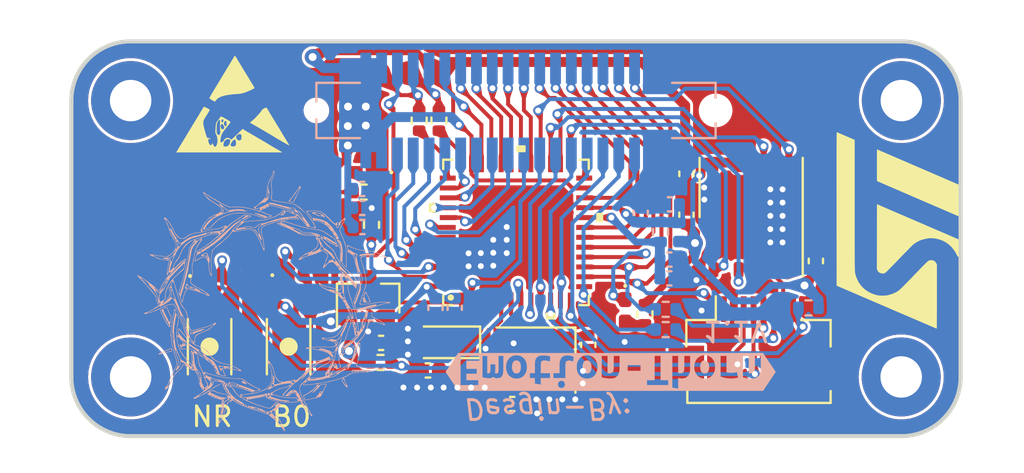
<source format=kicad_pcb>
(kicad_pcb (version 20221018) (generator pcbnew)
  (layers (0 "F.Cu" signal) (31 "B.Cu" signal) (34 "B.Paste" user) (35 "F.Paste" user) (36 "B.SilkS" user "B.Silkscreen") (37 "F.SilkS" user "F.Silkscreen") (38 "B.Mask" user) (39 "F.Mask" user) (44 "Edge.Cuts" user))
  (net 0 "")
  (net 1 "Net-(U1B-VREF+)")
  (net 2 "GND")
  (net 3 "Net-(U1B-VDDA)")
  (net 4 "+3V3")
  (net 5 "/NRST")
  (net 6 "/OSC_IN")
  (net 7 "/OSC_OUT")
  (net 8 "/OSC_32_IN")
  (net 9 "/OSC_32_OUT")
  (net 10 "/VBAT+")
  (net 11 "/VBAT_Pin")
  (net 12 "/BOOT0")
  (net 13 "/PC4")
  (net 14 "Net-(D6-A)")
  (net 15 "Net-(D7-A)")
  (net 16 "/PB7")
  (net 17 "/PB6")
  (net 18 "/PB5")
  (net 19 "/PB4")
  (net 20 "/PB3")
  (net 21 "/PC11")
  (net 22 "/PC10")
  (net 23 "/PA15")
  (net 24 "/PA12")
  (net 25 "/PA11")
  (net 26 "/PA10")
  (net 27 "/PA9")
  (net 28 "/PA8")
  (net 29 "/PC6")
  (net 30 "/PB11")
  (net 31 "/PB10")
  (net 32 "/PB2")
  (net 33 "/PB1")
  (net 34 "/PB0")
  (net 35 "/PA1")
  (net 36 "/PA0")
  (net 37 "/PC13")
  (net 38 "/LCD.~{RES}")
  (net 39 "/LCD.D{slash}C")
  (net 40 "Net-(J3-Pin_5)")
  (net 41 "Net-(J3-Pin_6)")
  (net 42 "/LCD.CS")
  (net 43 "/SWCLK")
  (net 44 "/SWDIO")
  (net 45 "/LCD.SDA")
  (net 46 "/LCD.SCL")
  (net 47 "/LCD.BKControl")
  (net 48 "/SPI2.CS")
  (net 49 "/SPI2.CLK")
  (net 50 "/SPI2.MISO")
  (net 51 "/SPI2.MOSI")
  (net 52 "/PB9")
  (net 53 "/SWDIO-L")
  (net 54 "/SWCLK-L")
  (footprint "Thorn_Library:SW_4P_3x4x2.5mm" (layer "F.Cu") (at 127.795 77.14 90)
    (fp_text reference "SW2" hide)
    (fp_text value "BOOT0")
  )
  (footprint "Diode_SMD:D_0402_1005Metric" (layer "F.Cu") (at 128.06 73.52)
    (fp_text reference "D3" hide)
    (fp_text value "AZ5725-01F-P ")
  )
  (footprint "Resistor_SMD:R_0402_1005Metric" (layer "F.Cu") (at 145.825 75.5 -90)
    (fp_text reference "R10" hide)
    (fp_text value "1K")
  )
  (footprint "Resistor_SMD:R_0402_1005Metric" (layer "F.Cu") (at 134.4 65.69 90)
    (fp_text reference "R5" hide)
    (fp_text value "22R")
  )
  (footprint "Crystal:Crystal_SMD_3225-4Pin_3.2x2.5mm" (layer "F.Cu") (at 140.31 77.82 180)
    (fp_text reference "Y1" hide)
    (fp_text value "8M")
  )
  (footprint "Resistor_SMD:R_0402_1005Metric" (layer "F.Cu") (at 131.59 69.310001)
    (fp_text reference "R13" hide)
    (fp_text value "1K")
  )
  (footprint "PCM_4ms_Package_SOT:SOT-23" (layer "F.Cu") (at 131.82 74.71 90)
    (fp_text reference "D1" hide)
    (fp_text value "BAT54C")
  )
  (footprint "Capacitor_SMD:C_0402_1005Metric" (layer "F.Cu") (at 142.96 77.05 -90)
    (fp_text reference "C13" hide)
    (fp_text value "15pF")
  )
  (footprint "Capacitor_SMD:C_0402_1005Metric" (layer "F.Cu") (at 147.925 70.455 90)
    (fp_text reference "C8" hide)
    (fp_text value "100nF")
  )
  (footprint "LED_SMD:LED_0402_1005Metric_Pad0.77x0.64mm_HandSolder" (layer "F.Cu") (at 131.73 68.31 180)
    (fp_text reference "D7" hide)
    (fp_text value "White")
  )
  (footprint "Resistor_SMD:R_0402_1005Metric" (layer "F.Cu") (at 132.445 77.94)
    (fp_text reference "R2" hide)
    (fp_text value "10K")
  )
  (footprint "Diode_SMD:D_0402_1005Metric" (layer "F.Cu") (at 123.8975 73.56)
    (fp_text reference "D2" hide)
    (fp_text value "AZ5725-01F-P ")
  )
  (footprint "Capacitor_SMD:C_0402_1005Metric_Pad0.74x0.62mm_HandSolder" (layer "F.Cu") (at 137.0775 78.345)
    (fp_text reference "C15" hide)
    (fp_text value "15pF")
  )
  (footprint "Connector_FFC-FPC:Hirose_FH12-8S-0.5SH_1x08-1MP_P0.50mm_Horizontal" (layer "F.Cu") (at 151.57 77.09)
    (fp_text reference "J3" hide)
    (fp_text value "FPC0.5-SMT-8")
  )
  (footprint "Thorn_Library:Test_Dot" (layer "F.Cu") (at 132.84 63.28)
    (fp_text reference "J1" hide)
    (fp_text value "SWD" hide)
  )
  (footprint "Package_SON:WSON-8-1EP_6x5mm_P1.27mm_EP3.4x4mm" (layer "F.Cu") (at 151.2 70.575 90)
    (fp_text reference "U3" hide)
    (fp_text value "W25Q128JVS")
  )
  (footprint "Thorn_Library:ESD_Logo" (layer "F.Cu") (at 125.07 64.79)
    (fp_text reference "G***" hide)
    (fp_text value "LOGO" hide)
  )
  (footprint "Crystal:Crystal_SMD_2012-2Pin_2.0x1.2mm_HandSoldering" (layer "F.Cu") (at 135.835 76.92 180)
    (fp_text reference "Y2" hide)
    (fp_text value "32.768K")
  )
  (footprint "Thorn_Library:ST-LOGO" (layer "F.Cu") (at 158.64 71.26 90)
    (fp_text reference "G***" hide)
    (fp_text value "LOGO" hide)
  )
  (footprint "Resistor_SMD:R_0402_1005Metric" (layer "F.Cu") (at 131.99 70.97 -90)
    (fp_text reference "R3" hide)
    (fp_text value "10K")
  )
  (footprint "Power_System:STM32G431CBU6" (layer "F.Cu") (at 139.3 71.352 90)
    (fp_text reference "U1" hide)
    (fp_text value "STM32G431CBU6" hide)
  )
  (footprint "Capacitor_SMD:C_0402_1005Metric_Pad0.74x0.62mm_HandSolder" (layer "F.Cu") (at 154.475 72.8 90)
    (fp_text reference "C17" hide)
    (fp_text value "100nF")
  )
  (footprint "Capacitor_SMD:C_0402_1005Metric_Pad0.74x0.62mm_HandSolder" (layer "F.Cu") (at 147.925 68.3825 -90)
    (fp_text reference "C16" hide)
    (fp_text value "100nF")
  )
  (footprint "Capacitor_SMD:C_0402_1005Metric" (layer "F.Cu") (at 132.475 76.95 180)
    (fp_text reference "C11" hide)
    (fp_text value "100nF")
  )
  (footprint "Thorn_Library:SW_4P_3x4x2.5mm" (layer "F.Cu") (at 123.795 77.14 90)
    (fp_text reference "SW1" hide)
    (fp_text value "NRST")
  )
  (footprint "Resistor_SMD:R_0402_1005Metric" (layer "F.Cu") (at 135.4 65.69 90)
    (fp_text reference "R4" hide)
    (fp_text value "22R")
  )
  (footprint "Capacitor_SMD:C_0402_1005Metric_Pad0.74x0.62mm_HandSolder" (layer "F.Cu") (at 134.845 78.345 180)
    (fp_text reference "C14" hide)
    (fp_text value "15pF")
  )
  (footprint "Capacitor_SMD:C_0402_1005Metric" (layer "F.Cu") (at 139.11 80.045)
    (fp_text reference "C12" hide)
    (fp_text value "15pF")
  )
  (footprint "LED_SMD:LED_0402_1005Metric_Pad0.77x0.64mm_HandSolder" (layer "F.Cu") (at 144.825 75.325 -90)
    (fp_text reference "D6" hide)
    (fp_text value "Purple")
  )
  (footprint "Power_System:J" (layer "F.Cu") (at 138.6 70.975)
    (fp_text reference "J4" hide)
    (fp_text value "~" hide)
    (fp_line (start -21.8 7.7) (end -21.8 -6.3) (stroke (width 0.2)) (layer "Edge.Cuts"))
    (fp_line (start -18.8 -9.3) (end 20.2 -9.3) (stroke (width 0.2)) (layer "Edge.Cuts"))
    (fp_line (start 20.2 10.7) (end -18.8 10.7) (stroke (width 0.2)) (layer "Edge.Cuts"))
    (fp_line (start 23.2 -6.3) (end 23.2 7.7) (stroke (width 0.2)) (layer "Edge.Cuts"))
    (fp_arc (start -21.8 -6.3) (mid -20.92132 -8.42132) (end -18.8 -9.3) (stroke (width 0.2)) (layer "Edge.Cuts"))
    (fp_arc (start -18.8 10.7) (mid -20.92132 9.82132) (end -21.8 7.7) (stroke (width 0.2)) (layer "Edge.Cuts"))
    (fp_arc (start 20.2 -9.3) (mid 22.32132 -8.42132) (end 23.2 -6.3) (stroke (width 0.2)) (layer "Edge.Cuts"))
    (fp_arc (start 23.2 7.7) (mid 22.32132 9.82132) (end 20.2 10.7) (stroke (width 0.2)) (layer "Edge.Cuts"))
    (fp_circle (center -21.8 10.7) (end -21.79 10.7) (stroke (width 0.0001)) (fill solid) (layer "Edge.Cuts"))
  )
  (footprint "Inductor_SMD:L_0402_1005Metric" (layer "B.Cu") (at 147.564999 71.330002 90)
    (fp_text reference "FB1" hide)
    (fp_text value "1K 100M")
  )
  (footprint "LOGO" (layer "B.Cu") (at 125.95 74.5 -45)
    (fp_text reference "G***" hide)
    (fp_text value "LOGO" hide)
  )
  (footprint "Power_System:BTB_0.8_2X20P_F" (layer "B.Cu") (at 139.3 65.175 90)
    (fp_text reference "j2" hide)
    (fp_text value "~" hide)
  )
  (footprint "Capacitor_SMD:C_0402_1005Metric" (layer "B.Cu") (at 147.065 72.73)
    (fp_text reference "C1" hide)
    (fp_text value "1uF")
  )
  (footprint "Capacitor_SMD:C_0402_1005Metric" (layer "B.Cu") (at 147.09 69.93)
    (fp_text reference "C3" hide)
    (fp_text value "1uF")
  )
  (footprint "Resistor_SMD:R_0402_1005Metric" (layer "B.Cu") (at 146.615 71.33 -90)
    (fp_text reference "R1" hide)
    (fp_text value "0R")
  )
  (footprint "Resistor_SMD:R_0402_1005Metric" (layer "B.Cu") (at 154.1 75.175 180)
    (fp_text reference "R14" hide)
    (fp_text value "100K")
  )
  (footprint "kibuzzard-63E5B3C4" (layer "B.Cu") (at 144.09 78.42)
    (fp_text reference "kibuzzard-63E5B3C4" hide)
    (fp_text value "G***" hide)
  )
  (footprint "Capacitor_SMD:C_0402_1005Metric" (layer "B.Cu") (at 135.225 75.175 -90)
    (fp_text reference "C9" hide)
    (fp_text value "100nF")
  )
  (footprint "Resistor_SMD:R_0402_1005Metric" (layer "B.Cu") (at 146.875 76.275)
    (fp_text reference "R12" hide)
    (fp_text value "22R")
  )
  (footprint "Resistor_SMD:R_0402_1005Metric" (layer "B.Cu") (at 146.875 75.25)
    (fp_text reference "R11" hide)
    (fp_text value "22R")
  )
  (footprint "Capacitor_SMD:C_0402_1005Metric" (layer "B.Cu") (at 131.52 69.15)
    (fp_text reference "C6" hide)
    (fp_text value "100nF")
  )
  (footprint "Capacitor_SMD:C_0402_1005Metric" (layer "B.Cu") (at 131.52 70.11)
    (fp_text reference "C5" hide)
    (fp_text value "100nF")
  )
  (footprint "Capacitor_SMD:C_0402_1005Metric" (layer "B.Cu") (at 145.61 70.36 -90)
    (fp_text reference "C4" hide)
    (fp_text value "10nF")
  )
  (footprint "Capacitor_SMD:C_0402_1005Metric" (layer "B.Cu") (at 136.2 75.17 -90)
    (fp_text reference "C10" hide)
    (fp_text value "4.7uf")
  )
  (footprint "Capacitor_SMD:C_0402_1005Metric" (layer "B.Cu") (at 147.06 73.679999)
    (fp_text reference "C2" hide)
    (fp_text value "100nF")
  )
  (footprint "Capacitor_SMD:C_0402_1005Metric" (layer "B.Cu") (at 131.53 71.08)
    (fp_text reference "C7" hide)
    (fp_text value "100nF")
  )
  (gr_line locked (start 116.8 78.675) (end 116.8 64.675) (stroke (width 0.2)) (layer "F.SilkS"))
  (gr_line locked (start 161.8 64.675) (end 161.8 78.675) (stroke (width 0.2)) (layer "F.SilkS"))
  (gr_arc locked (start 158.8 61.675) (mid 160.92132 62.55368) (end 161.8 64.675) (stroke (width 0.2)) (layer "F.SilkS"))
  (gr_line locked (start 119.8 61.675) (end 158.8 61.675) (stroke (width 0.2)) (layer "F.SilkS"))
  (gr_arc locked (start 116.8 64.675) (mid 117.67868 62.55368) (end 119.8 61.675) (stroke (width 0.2)) (layer "F.SilkS"))
  (gr_line locked (start 158.8 81.675) (end 119.8 81.675) (stroke (width 0.2)) (layer "F.SilkS"))
  (gr_arc locked (start 119.8 81.675) (mid 117.67868 80.79632) (end 116.8 78.675) (stroke (width 0.2)) (layer "F.SilkS"))
  (gr_circle locked (center 116.8 81.675) (end 116.81 81.675) (stroke (width 0.0001)) (fill solid) (layer "F.SilkS"))
  (gr_arc locked (start 161.8 78.675) (mid 160.92132 80.79632) (end 158.8 81.675) (stroke (width 0.2)) (layer "F.SilkS"))
  (gr_text "1.1V" (at 148.69 75.77 180) (layer "B.SilkS") (effects (font (size 1 1)) (justify left bottom mirror)))
  (gr_text "Desgin-By:" (at 136.565 79.695001 180) (layer "B.SilkS") (effects (font (size 1 1) (thickness 0.15) italic) (justify left bottom mirror)))
  (gr_text "B0" (at 126.87 81.27) (layer "F.SilkS") (effects (font (size 1 1)) (justify left bottom)))
  (gr_text "NR" (at 122.8 81.27) (layer "F.SilkS") (effects (font (size 1 1)) (justify left bottom)))
  (segment (start 144.1267 70.6025) (end 144.126199 70.601999) (width 0.2) (layer "F.Cu") (net 1))
  (segment (start 144.126199 70.601999) (end 142.752 70.601999) (width 0.2) (layer "F.Cu") (net 1))
  (via (at 144.1267 70.6025) (size 0.5) (drill 0.3) (layers "F.Cu" "B.Cu") (net 1))
  (segment (start 146.58 71.875) (end 146.615 71.84) (width 0.5) (layer "B.Cu") (net 1))
  (segment (start 144.1267 70.6025) (end 145.3642 71.84) (width 0.35) (layer "B.Cu") (net 1))
  (segment (start 145.3642 71.84) (end 146.615 71.84) (width 0.35) (layer "B.Cu") (net 1))
  (segment (start 146.58 73.679999) (end 146.58 71.875) (width 0.5) (layer "B.Cu") (net 1))
  (segment (start 132.19 70.46) (end 132.72 69.93) (width 0.2) (layer "F.Cu") (net 2))
  (segment (start 132.72 69.93) (end 132.72 68.7275) (width 0.2) (layer "F.Cu") (net 2))
  (segment (start 132.72 68.7275) (end 132.3025 68.31) (width 0.2) (layer "F.Cu") (net 2))
  (segment (start 148.58 73.92) (end 148.43 73.77) (width 0.2) (layer "F.Cu") (net 2))
  (segment (start 149.85 73.92) (end 148.58 73.92) (width 0.2) (layer "F.Cu") (net 2))
  (segment (start 150.32 75.24) (end 150.32 74.39) (width 0.2) (layer "F.Cu") (net 2))
  (segment (start 150.32 74.39) (end 149.85 73.92) (width 0.2) (layer "F.Cu") (net 2))
  (via (at 135.64 79.21) (size 0.5) (drill 0.3) (layers "F.Cu" "B.Cu") (net 2))
  (via (at 152.17 70.515) (size 0.5) (drill 0.3) (layers "F.Cu" "B.Cu") (net 2))
  (via (at 136.9 73.07) (size 0.5) (drill 0.3) (layers "F.Cu" "B.Cu") (net 2))
  (via (at 138.15 73.04) (size 0.5) (drill 0.3) (layers "F.Cu" "B.Cu") (net 2))
  (via (at 138.83 72.4) (size 0.5) (drill 0.3) (layers "F.Cu" "B.Cu") (net 2))
  (via (at 140.986666 79.81) (size 0.5) (drill 0.3) (layers "F.Cu" "B.Cu") (net 2))
  (via (at 152.79 69.17) (size 0.5) (drill 0.3) (layers "F.Cu" "B.Cu") (net 2))
  (via (at 148.69 75.31) (size 0.5) (drill 0.3) (layers "F.Cu" "B.Cu") (net 2))
  (via (at 152.79 71.1875) (size 0.5) (drill 0.3) (layers "F.Cu" "B.Cu") (net 2))
  (via (at 131.82 76.37) (size 0.5) (drill 0.3) (layers "F.Cu" "B.Cu") (net 2))
  (via (at 136.333333 79.21) (size 0.5) (drill 0.3) (layers "F.Cu" "B.Cu") (net 2))
  (via (at 137.52 73.06) (size 0.5) (drill 0.3) (layers "F.Cu" "B.Cu") (net 2))
  (via (at 144.8 76.9) (size 0.5) (drill 0.3) (layers "F.Cu" "B.Cu") (net 2))
  (via (at 140.33 79.81) (size 0.5) (drill 0.3) (layers "F.Cu" "B.Cu") (net 2))
  (via (at 137.72 79.21) (size 0.5) (drill 0.3) (layers "F.Cu" "B.Cu") (net 2))
  (via (at 134.296666 79.21) (size 0.5) (drill 0.3) (layers "F.Cu" "B.Cu") (net 2))
  (via (at 148.82 69.08) (size 0.5) (drill 0.3) (layers "F.Cu" "B.Cu") (net 2))
  (via (at 138.83 71.73) (size 0.5) (drill 0.3) (layers "F.Cu" "B.Cu") (net 2))
  (via (at 133.83 76.87) (size 0.5) (drill 0.3) (layers "F.Cu" "B.Cu") (net 2))
  (via (at 152.17 69.17) (size 0.5) (drill 0.3) (layers "F.Cu" "B.Cu") (net 2))
  (via (at 148.83 69.69) (size 0.5) (drill 0.3) (layers "F.Cu" "B.Cu") (net 2))
  (via (at 138.83 71.08) (size 0.5) (drill 0.3) (layers "F.Cu" "B.Cu") (net 2))
  (via (at 141.643332 79.81) (size 0.5) (drill 0.3) (layers "F.Cu" "B.Cu") (net 2))
  (via (at 139.18 76.97) (size 0.5) (drill 0.3) (layers "F.Cu" "B.Cu") (net 2))
  (via (at 138.15 71.73) (size 0.5) (drill 0.3) (layers "F.Cu" "B.Cu") (net 2))
  (via (at 152.17 71.1875) (size 0.5) (drill 0.3) (layers "F.Cu" "B.Cu") (net 2))
  (via (at 137.7605 77.24) (size 0.5) (drill 0.3) (layers "F.Cu" "B.Cu") (net 2))
  (via (at 148.43 73.77) (size 0.5) (drill 0.3) (layers "F.Cu" "B.Cu") (net 2))
  (via (at 138.15 72.385) (size 0.5) (drill 0.3) (layers "F.Cu" "B.Cu") (net 2))
  (via (at 137.52 72.4) (size 0.5) (drill 0.3) (layers "F.Cu" "B.Cu") (net 2))
  (via (at 132 70.12) (size 0.5) (drill 0.3) (layers "F.Cu" "B.Cu") (net 2))
  (via (at 134.99 79.21) (size 0.5) (drill 0.3) (layers "F.Cu" "B.Cu") (net 2))
  (via (at 152.79 70.515) (size 0.5) (drill 0.3) (layers "F.Cu" "B.Cu") (net 2))
  (via (at 152.79 71.86) (size 0.5) (drill 0.3) (layers "F.Cu" "B.Cu") (net 2))
  (via (at 142.68 79) (size 0.5) (drill 0.3) (layers "F.Cu" "B.Cu") (net 2))
  (via (at 142.69 78.37) (size 0.5) (drill 0.3) (layers "F.Cu" "B.Cu") (net 2))
  (via (at 140.37 80.52) (size 0.5) (drill 0.3) (layers "F.Cu" "B.Cu") (net 2))
  (via (at 133.83 76.23) (size 0.5) (drill 0.3) (layers "F.Cu" "B.Cu") (net 2))
  (via (at 133.83 77.54) (size 0.5) (drill 0.3) (layers "F.Cu" "B.Cu") (net 2))
  (via (at 136.9 72.41) (size 0.5) (drill 0.3) (layers "F.Cu" "B.Cu") (net 2))
  (via (at 137.026666 79.21) (size 0.5) (drill 0.3) (layers "F.Cu" "B.Cu") (net 2))
  (via (at 133.603333 79.21) (size 0.5) (drill 0.3) (layers "F.Cu" "B.Cu") (net 2))
  (via (at 142.3 79.81) (size 0.5) (drill 0.3) (layers "F.Cu" "B.Cu") (net 2))
  (via (at 152.79 69.8425) (size 0.5) (drill 0.3) (layers "F.Cu" "B.Cu") (net 2))
  (via (at 152.17 69.8425) (size 0.5) (drill 0.3) (layers "F.Cu" "B.Cu") (net 2))
  (via (at 152.17 71.86) (size 0.5) (drill 0.3) (layers "F.Cu" "B.Cu") (net 2))
  (segment (start 132.01 71.08) (end 132.01 70.13) (width 0.2) (layer "B.Cu") (net 2))
  (segment (start 148.43 73.77) (end 147.630001 73.77) (width 0.35) (layer "B.Cu") (net 2))
  (segment (start 132.01 70.11) (end 132.01 69.16) (width 0.2) (layer "B.Cu") (net 2))
  (segment (start 148.83 69.09) (end 148.82 69.08) (width 0.35) (layer "B.Cu") (net 2))
  (segment (start 147.54 73.679999) (end 147.54 72.735) (width 0.35) (layer "B.Cu") (net 2))
  (segment (start 146.61 69.93) (end 145.66 69.93) (width 0.35) (layer "B.Cu") (net 2))
  (segment (start 148.83 69.69) (end 148.83 69.09) (width 0.35) (layer "B.Cu") (net 2))
  (segment (start 144.865593 70.420093) (end 144.5475 70.102) (width 0.2) (layer "F.Cu") (net 3))
  (segment (start 144.5475 70.102) (end 142.752 70.102) (width 0.2) (layer "F.Cu") (net 3))
  (via (at 144.865593 70.420093) (size 0.5) (drill 0.3) (layers "F.Cu" "B.Cu") (net 3))
  (segment (start 147.564999 70.845002) (end 145.290502 70.845002) (width 0.5) (layer "B.Cu") (net 3))
  (segment (start 147.57 69.93) (end 147.57 70.840001) (width 0.5) (layer "B.Cu") (net 3))
  (segment (start 145.290502 70.845002) (end 144.865593 70.420093) (width 0.5) (layer "B.Cu") (net 3))
  (segment (start 136.42 65.84) (end 136.46 65.88) (width 0.2) (layer "F.Cu") (net 4))
  (segment (start 147.86 67.75) (end 147.86 64.92) (width 0.5) (layer "F.Cu") (net 4))
  (segment (start 130.79 66.95) (end 130.79 67.51) (width 0.35) (layer "F.Cu") (net 4))
  (segment (start 130.87 75.71) (end 130.87 77.5) (width 0.2) (layer "F.Cu") (net 4))
  (segment (start 130.13 68.17) (end 130.13 69.35) (width 0.35) (layer "F.Cu") (net 4))
  (segment (start 130.85 66.95) (end 130.79 67.01) (width 0.35) (layer "F.Cu") (net 4))
  (segment (start 134.85 74.11) (end 134.78 74.11) (width 0.2) (layer "F.Cu") (net 4))
  (segment (start 148.64 68.411816) (end 148.64 67.815) (width 0.5) (layer "F.Cu") (net 4))
  (segment (start 151.835 73.2375) (end 152.0775 73.2375) (width 0.2) (layer "F.Cu") (net 4))
  (segment (start 137.049999 68.393932) (end 137.376067 68.72) (width 0.2) (layer "F.Cu") (net 4))
  (segment (start 136.41 65.9) (end 136.41 65.89) (width 0.2) (layer "F.Cu") (net 4))
  (segment (start 131.08 69.310001) (end 130.169999 69.310001) (width 0.2) (layer "F.Cu") (net 4))
  (segment (start 153.9 73.9425) (end 153.9 74.04) (width 0.2) (layer "F.Cu") (net 4))
  (segment (start 136.48 65.9) (end 136.42 65.9) (width 0.2) (layer "F.Cu") (net 4))
  (segment (start 153.85 73.98) (end 153.83 74) (width 0.2) (layer "F.Cu") (net 4))
  (segment (start 136.42 65.9) (end 136.42 65.84) (width 0.2) (layer "F.Cu") (net 4))
  (segment (start 126.72 74.94) (end 126.72 79.34) (width 0.2) (layer "F.Cu") (net 4))
  (segment (start 134.26 62.2) (end 135.34 63.28) (width 0.35) (layer "F.Cu") (net 4))
  (segment (start 141.766002 68.72) (end 142.148001 69.101999) (width 0.2) (layer "F.Cu") (net 4))
  (segment (start 153.81 73.98) (end 152.82 73.98) (width 0.2) (layer "F.Cu") (net 4))
  (segment (start 148.36 71.37) (end 147.925 70.935) (width 0.5) (layer "F.Cu") (net 4))
  (segment (start 137.049999 66.469999) (end 136.48 65.9) (width 0.2) (layer "F.Cu") (net 4))
  (segment (start 130.08 75.71) (end 129.93 75.86) (width 0.2) (layer "F.Cu") (net 4))
  (segment (start 153.8025 74.04) (end 153.8625 73.98) (width 0.2) (layer "F.Cu") (net 4))
  (segment (start 148.36 71.89) (end 148.36 72.455) (width 0.35) (layer "F.Cu") (net 4))
  (segment (start 136.41 65.89) (end 136.12 65.6) (width 0.2) (layer "F.Cu") (net 4))
  (segment (start 130.79 67.51) (end 130.13 68.17) (width 0.35) (layer "F.Cu") (net 4))
  (segment (start 137.049999 67.9) (end 137.049999 68.393932) (width 0.2) (layer "F.Cu") (net 4))
  (segment (start 145.66 62.72) (end 135.9 62.72) (width 0.5) (layer "F.Cu") (net 4))
  (segment (start 130.169999 69.310001) (end 130.13 69.35) (width 0.2) (layer "F.Cu") (net 4))
  (segment (start 129.28 62.2) (end 134.26 62.2) (width 0.35) (layer "F.Cu") (net 4))
  (segment (start 135.9 62.72) (end 135.47 63.15) (width 0.5) (layer "F.Cu") (net 4))
  (segment (start 153.83 74) (end 153.81 73.98) (width 0.2) (layer "F.Cu") (net 4))
  (segment (start 142.148001 69.101999) (end 142.752 69.101999) (width 0.2) (layer "F.Cu") (net 4))
  (segment (start 131.31 77.94) (end 131.935 77.94) (width 0.2) (layer "F.Cu") (net 4))
  (segment (start 137.049999 67.9) (end 137.049999 66.469999) (width 0.2) (layer "F.Cu") (net 4))
  (segment (start 136.12 64.377107) (end 135.34 63.597107) (width 0.2) (layer "F.Cu") (net 4))
  (segment (start 136.42 65.9) (end 136.41 65.9) (width 0.2) (layer "F.Cu") (net 4))
  (segment (start 153.9 74.04) (end 153.8025 74.04) (width 0.2) (layer "F.Cu") (net 4))
  (segment (start 130.13 74.97) (end 130.87 75.71) (width 0.35) (layer "F.Cu") (net 4))
  (segment (start 147.86 64.92) (end 145.66 62.72) (width 0.5) (layer "F.Cu") (net 4))
  (segment (start 147.925 67.815) (end 147.86 67.75) (width 0.5) (layer "F.Cu") (net 4))
  (segment (start 152.82 73.98) (end 152.82 75.24) (width 0.2) (layer "F.Cu") (net 4))
  (segment (start 153.8625 73.98) (end 153.85 73.98) (width 0.2) (layer "F.Cu") (net 4))
  (segment (start 148.64 67.815) (end 148.24 67.815) (width 0.5) (layer "F.Cu") (net 4))
  (segment (start 137.376067 68.72) (end 141.766002 68.72) (width 0.2) (layer "F.Cu") (net 4))
  (segment (start 148.36 71.89) (end 148.36 71.37) (width 0.5) (layer "F.Cu") (net 4))
  (segment (start 134.858 74.102) (end 134.85 74.11) (width 0.2) (layer "F.Cu") (net 4))
  (segment (start 147.925 67.815) (end 148.64 67.815) (width 0.5) (layer "F.Cu") (net 4))
  (segment (start 152.0775 73.2375) (end 152.82 73.98) (width 0.2) (layer "F.Cu") (net 4))
  (segment (start 148.572183 68.479633) (end 148.64 68.411816) (width 0.5) (layer "F.Cu") (net 4))
  (segment (start 127.46 74.94) (end 127.63 75.11) (width 0.2) (layer "F.Cu") (net 4))
  (segment (start 130.87 75.71) (end 130.08 75.71) (width 0.2) (layer "F.Cu") (net 4))
  (segment (start 130.87 77.5) (end 131.31 77.94) (width 0.2) (layer "F.Cu") (net 4))
  (segment (start 130.13 69.35) (end 130.13 74.97) (width 0.35) (layer "F.Cu") (net 4))
  (segment (start 136.12 65.6) (end 136.12 64.377107) (width 0.2) (layer "F.Cu") (net 4))
  (segment (start 135.848 74.102) (end 134.858 74.102) (width 0.2) (layer "F.Cu") (net 4))
  (segment (start 150.4675 67.815) (end 150.565 67.9125) (width 0.5) (layer "F.Cu") (net 4))
  (segment (start 148.64 67.815) (end 150.4675 67.815) (width 0.5) (layer "F.Cu") (net 4))
  (segment (start 130.79 66.95) (end 130.85 66.95) (width 0.35) (layer "F.Cu") (net 4))
  (segment (start 154.475 73.3675) (end 153.9 73.9425) (width 0.2) (layer "F.Cu") (net 4))
  (segment (start 129.01 62.47) (end 129.28 62.2) (width 0.35) (layer "F.Cu") (net 4))
  (segment (start 148.36 72.455) (end 145.825 74.99) (width 0.35) (layer "F.Cu") (net 4))
  (segment (start 126.72 74.94) (end 127.46 74.94) (width 0.2) (layer "F.Cu") (net 4))
  (segment (start 130.79 67.01) (end 130.79 66.95) (width 0.35) (layer "F.Cu") (net 4))
  (via (at 130.79 66.95) (size 0.8) (drill 0.4) (layers "F.Cu" "B.Cu") (net 4))
  (via (at 153.9 74.04) (size 0.8) (drill 0.4) (layers "F.Cu" "B.Cu") (net 4))
  (via (at 130.79 65.965) (size 0.8) (drill 0.4) (layers "F.Cu" "B.Cu") (net 4))
  (via (at 130.8 64.98) (size 0.8) (drill 0.4) (layers "F.Cu" "B.Cu") (net 4))
  (via (at 148.36 71.89) (size 0.8) (drill 0.4) (layers "F.Cu" "B.Cu") (net 4))
  (via (at 131.7 65.94) (size 0.8) (drill 0.4) (layers "F.Cu" "B.Cu") (net 4))
  (via (at 129.93 75.86) (size 0.8) (drill 0.4) (layers "F.Cu" "B.Cu") (net 4))
  (via (at 134.78 74.11) (size 0.5) (drill 0.3) (layers "F.Cu" "B.Cu") (net 4))
  (via (at 131.7 64.98) (size 0.8) (drill 0.4) (layers "F.Cu" "B.Cu") (net 4))
  (via (at 127.63 75.11) (size 0.5) (drill 0.3) (layers "F.Cu" "B.Cu") (net 4))
  (via (at 148.572183 68.479633) (size 0.5) (drill 0.3) (layers "F.Cu" "B.Cu") (net 4))
  (via (at 130.85 77.36) (size 0.8) (drill 0.4) (layers "F.Cu" "B.Cu") (net 4))
  (via (at 136.41 65.9) (size 0.5) (drill 0.3) (layers "F.Cu" "B.Cu") (net 4))
  (via (at 129.01 62.47) (size 0.8) (drill 0.4) (layers "F.Cu" "B.Cu") (net 4))
  (segment (start 136.2 74.69) (end 135.23 74.69) (width 0.2) (layer "B.Cu") (net 4))
  (segment (start 148.36 71.89) (end 148.36 72.03) (width 0.5) (layer "B.Cu") (net 4))
  (segment (start 153.9 74.04) (end 152.22 74.04) (width 0.35) (layer "B.Cu") (net 4))
  (segment (start 148.22 71.89) (end 148.36 71.89) (width 0.5) (layer "B.Cu") (net 4))
  (segment (start 154.61 75.175) (end 154.61 74.75) (width 0.5) (layer "B.Cu") (net 4))
  (segment (start 148.36 72.03) (end 148.17 71.84) (width 0.5) (layer "B.Cu") (net 4))
  (segment (start 152.22 74.04) (end 151.44 74.82) (width 0.35) (layer "B.Cu") (net 4))
  (segment (start 148.572183 68.479633) (end 148.245 68.806816) (width 0.25) (layer "B.Cu") (net 4))
  (segment (start 135.225 74.555) (end 134.78 74.11) (width 0.35) (layer "B.Cu") (net 4))
  (segment (start 130.04 75.75) (end 130.22 75.57) (width 0.35) (layer "B.Cu") (net 4))
  (segment (start 133.32 75.57) (end 134.78 74.11) (width 0.35) (layer "B.Cu") (net 4))
  (segment (start 132.5 66.05) (end 133.04 65.51) (width 0.5) (layer "B.Cu") (net 4))
  (segment (start 136.03 65.51) (end 136.42 65.9) (width 0.5) (layer "B.Cu") (net 4))
  (segment (start 129.565 63.025) (end 129.01 62.47) (width 0.5) (layer "B.Cu") (net 4))
  (segment (start 132.5 63.025) (end 129.565 63.025) (width 0.5) (layer "B.Cu") (net 4))
  (segment (start 130.22 75.57) (end 133.32 75.57) (width 0.35) (layer "B.Cu") (net 4))
  (segment (start 133.04 65.51) (end 136.03 65.51) (width 0.5) (layer "B.Cu") (net 4))
  (segment (start 148.36 72.82) (end 148.36 71.89) (width 0.35) (layer "B.Cu") (net 4))
  (segment (start 151.44 74.82) (end 150.36 74.82) (width 0.35) (layer "B.Cu") (net 4))
  (segment (start 148.145002 71.815002) (end 148.22 71.89) (width 0.5) (layer "B.Cu") (net 4))
  (segment (start 148.245 68.806816) (end 148.245 71.775) (width 0.25) (layer "B.Cu") (net 4))
  (segment (start 150.36 74.82) (end 148.36 72.82) (width 0.35) (layer "B.Cu") (net 4))
  (segment (start 154.61 74.75) (end 153.9 74.04) (width 0.5) (layer "B.Cu") (net 4))
  (segment (start 147.564999 71.815002) (end 148.145002 71.815002) (width 0.5) (layer "B.Cu") (net 4))
  (segment (start 148.245 71.775) (end 148.36 71.89) (width 0.35) (layer "B.Cu") (net 4))
  (segment (start 132.5 67.325) (end 132.5 66.05) (width 0.5) (layer "B.Cu") (net 4))
  (segment (start 127.63 75.11) (end 128.38 75.86) (width 0.35) (layer "B.Cu") (net 4))
  (segment (start 128.38 75.86) (end 129.93 75.86) (width 0.35) (layer "B.Cu") (net 4))
  (segment (start 129.93 75.86) (end 130.04 75.75) (width 0.2) (layer "B.Cu") (net 4))
  (segment (start 130.79 70.82) (end 131.05 71.08) (width 0.35) (layer "B.Cu") (net 4))
  (segment (start 130.79 66.95) (end 130.79 70.82) (width 0.35) (layer "B.Cu") (net 4))
  (segment (start 132.955 77.94) (end 132.955 76.95) (width 0.2) (layer "F.Cu") (net 5))
  (segment (start 139.55 74.804) (end 139.55 74.07) (width 0.2) (layer "F.Cu") (net 5))
  (segment (start 124.42 73.5225) (end 124.43 72.77) (width 0.2) (layer "F.Cu") (net 5))
  (segment (start 139.55 74.07) (end 139.43 73.95) (width 0.2) (layer "F.Cu") (net 5))
  (segment (start 139.43 73.95) (end 139.41 73.95) (width 0.2) (layer "F.Cu") (net 5))
  (segment (start 124.87 74.94) (end 124.87 79.34) (width 0.2) (layer "F.Cu") (net 5))
  (segment (start 139.41 73.95) (end 139.41 73.93) (width 0.2) (layer "F.Cu") (net 5))
  (segment (start 124.87 74.94) (end 124.87 74.0475) (width 0.2) (layer "F.Cu") (net 5))
  (segment (start 133.511575 78.106091) (end 133.121091 78.106091) (width 0.2) (layer "F.Cu") (net 5))
  (segment (start 139.41 73.93) (end 139.45 73.97) (width 0.2) (layer "F.Cu") (net 5))
  (segment (start 124.87 74.0475) (end 124.3825 73.56) (width 0.2) (layer "F.Cu") (net 5))
  (via (at 133.511575 78.106091) (size 0.5) (drill 0.3) (layers "F.Cu" "B.Cu") (net 5))
  (via (at 139.41 73.95) (size 0.5) (drill 0.3) (layers "F.Cu" "B.Cu") (net 5))
  (via (at 124.43 72.77) (size 0.5) (drill 0.3) (layers "F.Cu" "B.Cu") (net 5))
  (segment (start 133.511575 78.106091) (end 128.436091 78.106091) (width 0.2) (layer "B.Cu") (net 5))
  (segment (start 128.436091 78.106091) (end 124.43 74.1) (width 0.2) (layer "B.Cu") (net 5))
  (segment (start 124.43 74.1) (end 124.43 72.77) (width 0.2) (layer "B.Cu") (net 5))
  (segment (start 133.625484 78.22) (end 136.02 78.22) (width 0.2) (layer "B.Cu") (net 5))
  (segment (start 133.511575 78.106091) (end 133.625484 78.22) (width 0.2) (layer "B.Cu") (net 5))
  (segment (start 139.41 74.83) (end 139.41 73.95) (width 0.2) (layer "B.Cu") (net 5))
  (segment (start 136.02 78.22) (end 139.41 74.83) (width 0.2) (layer "B.Cu") (net 5))
  (segment (start 138.549999 75.830001) (end 138.26 76.12) (width 0.2) (layer "F.Cu") (net 6))
  (segment (start 138.549999 74.804) (end 138.549999 75.830001) (width 0.2) (layer "F.Cu") (net 6))
  (segment (start 138.26 77.72) (end 139.21 78.67) (width 0.2) (layer "F.Cu") (net 6))
  (segment (start 139.21 79.465) (end 138.63 80.045) (width 0.2) (layer "F.Cu") (net 6))
  (segment (start 139.21 78.67) (end 139.21 79.465) (width 0.2) (layer "F.Cu") (net 6))
  (segment (start 138.26 76.12) (end 138.26 77.72) (width 0.2) (layer "F.Cu") (net 6))
  (segment (start 140.47 76.03) (end 139.58 76.03) (width 0.2) (layer "F.Cu") (net 7))
  (segment (start 139.58 76.03) (end 139.05 75.5) (width 0.2) (layer "F.Cu") (net 7))
  (segment (start 141.41 76.97) (end 140.47 76.03) (width 0.2) (layer "F.Cu") (net 7))
  (segment (start 139.05 75.5) (end 139.05 74.804) (width 0.2) (layer "F.Cu") (net 7))
  (segment (start 142.96 76.57) (end 141.81 76.57) (width 0.2) (layer "F.Cu") (net 7))
  (segment (start 137.550001 75.407999) (end 136.968 75.99) (width 0.2) (layer "F.Cu") (net 8))
  (segment (start 135.84 75.99) (end 134.91 76.92) (width 0.2) (layer "F.Cu") (net 8))
  (segment (start 137.550001 74.804) (end 137.550001 75.407999) (width 0.2) (layer "F.Cu") (net 8))
  (segment (start 135.4125 77.4225) (end 134.91 76.92) (width 0.2) (layer "F.Cu") (net 8))
  (segment (start 136.968 75.99) (end 135.84 75.99) (width 0.2) (layer "F.Cu") (net 8))
  (segment (start 135.4125 78.345) (end 135.4125 77.4225) (width 0.2) (layer "F.Cu") (net 8))
  (segment (start 138.05 75.605) (end 138.05 74.804) (width 0.2) (layer "F.Cu") (net 9))
  (segment (start 136.76 76.895) (end 138.05 75.605) (width 0.2) (layer "F.Cu") (net 9))
  (segment (start 136.51 78.345) (end 136.51 77.17) (width 0.2) (layer "F.Cu") (net 9))
  (segment (start 131.82 73.71) (end 133.01 74.9) (width 0.2) (layer "F.Cu") (net 10))
  (segment (start 136.454 74.9) (end 136.55 74.804) (width 0.2) (layer "F.Cu") (net 10))
  (segment (start 133.01 74.9) (end 136.454 74.9) (width 0.2) (layer "F.Cu") (net 10))
  (segment (start 130.68 74.1) (end 130.68 73.21) (width 0.2) (layer "F.Cu") (net 11))
  (segment (start 132.77 75.71) (end 132.29 75.71) (width 0.2) (layer "F.Cu") (net 11))
  (segment (start 132.23 72.51) (end 133.1 71.64) (width 0.2) (layer "F.Cu") (net 11))
  (segment (start 130.68 73.21) (end 131.38 72.51) (width 0.2) (layer "F.Cu") (net 11))
  (segment (start 133.1 65.08) (end 132.87 64.85) (width 0.2) (layer "F.Cu") (net 11))
  (segment (start 132.29 75.71) (end 130.68 74.1) (width 0.2) (layer "F.Cu") (net 11))
  (segment (start 133.1 71.64) (end 133.1 65.08) (width 0.2) (layer "F.Cu") (net 11))
  (segment (start 131.38 72.51) (end 132.23 72.51) (width 0.2) (layer "F.Cu") (net 11))
  (via (at 132.87 64.85) (size 0.5) (drill 0.3) (layers "F.Cu" "B.Cu") (net 11))
  (segment (start 132.87 64.85) (end 133.3 64.42) (width 0.2) (layer "B.Cu") (net 11))
  (segment (start 133.3 64.42) (end 133.3 63.025) (width 0.2) (layer "B.Cu") (net 11))
  (segment (start 127.64 72.32) (end 128.545 73.225) (width 0.2) (layer "F.Cu") (net 12))
  (segment (start 128.93 79.28) (end 128.93 74.875) (width 0.2) (layer "F.Cu") (net 12))
  (segment (start 134.87 73.1015) (end 134.870499 73.101999) (width 0.2) (layer "F.Cu") (net 12))
  (segment (start 134.870499 73.101999) (end 135.848 73.101999) (width 0.2) (layer "F.Cu") (net 12))
  (segment (start 128.87 73.845) (end 128.545 73.52) (width 0.2) (layer "F.Cu") (net 12))
  (segment (start 128.58 73.31) (end 128.56 73.29) (width 0.2) (layer "F.Cu") (net 12))
  (segment (start 128.545 73.225) (end 128.545 73.52) (width 0.2) (layer "F.Cu") (net 12))
  (segment (start 128.87 74.94) (end 128.87 73.845) (width 0.2) (layer "F.Cu") (net 12))
  (segment (start 131.98 71.98) (end 131.98 71.49) (width 0.2) (layer "F.Cu") (net 12))
  (segment (start 127.62 72.32) (end 127.64 72.32) (width 0.2) (layer "F.Cu") (net 12))
  (via (at 131.98 71.98) (size 0.5) (drill 0.3) (layers "F.Cu" "B.Cu") (net 12))
  (via (at 134.87 73.1015) (size 0.5) (drill 0.3) (layers "F.Cu" "B.Cu") (net 12))
  (via (at 127.62 72.32) (size 0.5) (drill 0.3) (layers "F.Cu" "B.Cu") (net 12))
  (segment (start 134.6115 73.36) (end 132.21 73.36) (width 0.2) (layer "B.Cu") (net 12))
  (segment (start 131.98 73.13) (end 132.21 73.36) (width 0.2) (layer "B.Cu") (net 12))
  (segment (start 131.98 71.98) (end 131.98 73.13) (width 0.2) (layer "B.Cu") (net 12))
  (segment (start 131.87 73.7) (end 132.21 73.36) (width 0.2) (layer "B.Cu") (net 12))
  (segment (start 128.36 73.7) (end 131.87 73.7) (width 0.2) (layer "B.Cu") (net 12))
  (segment (start 127.62 72.32) (end 127.62 72.96) (width 0.2) (layer "B.Cu") (net 12))
  (segment (start 127.62 72.96) (end 128.36 73.7) (width 0.2) (layer "B.Cu") (net 12))
  (segment (start 134.87 73.1015) (end 134.6115 73.36) (width 0.2) (layer "B.Cu") (net 12))
  (segment (start 144.22 74.55) (end 144.22 74.49) (width 0.2) (layer "F.Cu") (net 13))
  (segment (start 144.28 74.55) (end 144.22 74.55) (width 0.2) (layer "F.Cu") (net 13))
  (segment (start 145.868864 72.417537) (end 145.684401 72.602) (width 0.2) (layer "F.Cu") (net 13))
  (segment (start 144.4825 74.7525) (end 144.28 74.55) (width 0.2) (layer "F.Cu") (net 13))
  (segment (start 144.825 74.7525) (end 144.4825 74.7525) (width 0.2) (layer "F.Cu") (net 13))
  (segment (start 144.22 74.49) (end 144.3 74.57) (width 0.2) (layer "F.Cu") (net 13))
  (segment (start 142.752 72.602) (end 145.684401 72.602) (width 0.2) (layer "F.Cu") (net 13))
  (via (at 144.22 74.55) (size 0.5) (drill 0.3) (layers "F.Cu" "B.Cu") (net 13))
  (via (at 145.868864 72.417537) (size 0.5) (drill 0.3) (layers "F.Cu" "B.Cu") (net 13))
  (segment (start 145.868864 72.417537) (end 145.012463 72.417537) (width 0.2) (layer "B.Cu") (net 13))
  (segment (start 144.22 73.21) (end 144.22 74.55) (width 0.2) (layer "B.Cu") (net 13))
  (segment (start 145.012463 72.417537) (end 144.22 73.21) (width 0.2) (layer "B.Cu") (net 13))
  (segment (start 145.825 76.01) (end 144.9375 76.01) (width 0.35) (layer "F.Cu") (net 14))
  (segment (start 132.1 69.23) (end 131.180003 68.310002) (width 0.2) (layer "F.Cu") (net 15))
  (segment (start 133.723175 72.602) (end 135.848 72.602) (width 0.2) (layer "F.Cu") (net 16))
  (segment (start 133.515492 72.394317) (end 133.723175 72.602) (width 0.2) (layer "F.Cu") (net 16))
  (via (at 133.515492 72.394317) (size 0.5) (drill 0.3) (layers "F.Cu" "B.Cu") (net 16))
  (segment (start 133.515492 72.394317) (end 133.1995 72.078325) (width 0.2) (layer "B.Cu") (net 16))
  (segment (start 133.1995 69.769129) (end 134.1 68.868628) (width 0.2) (layer "B.Cu") (net 16))
  (segment (start 134.1 68.868628) (end 134.1 67.325) (width 0.2) (layer "B.Cu") (net 16))
  (segment (start 133.1995 72.078325) (end 133.1995 69.769129) (width 0.2) (layer "B.Cu") (net 16))
  (segment (start 133.7495 71.735118) (end 134.116383 72.102001) (width 0.2) (layer "F.Cu") (net 17))
  (segment (start 134.116383 72.102001) (end 135.848 72.102001) (width 0.2) (layer "F.Cu") (net 17))
  (via (at 133.7495 71.735118) (size 0.5) (drill 0.3) (layers "F.Cu" "B.Cu") (net 17))
  (segment (start 133.65 71.7) (end 133.65 70.05) (width 0.2) (layer "B.Cu") (net 17))
  (segment (start 134.9 68.8) (end 134.9 67.325) (width 0.2) (layer "B.Cu") (net 17))
  (segment (start 133.734618 71.75) (end 133.7 71.75) (width 0.2) (layer "B.Cu") (net 17))
  (segment (start 133.7495 71.735118) (end 133.685118 71.735118) (width 0.2) (layer "B.Cu") (net 17))
  (segment (start 133.685118 71.735118) (end 133.65 71.7) (width 0.2) (layer "B.Cu") (net 17))
  (segment (start 133.7495 71.735118) (end 133.734618 71.75) (width 0.2) (layer "B.Cu") (net 17))
  (segment (start 133.65 70.05) (end 134.9 68.8) (width 0.2) (layer "B.Cu") (net 17))
  (segment (start 135.848 71.602) (end 134.502 71.602) (width 0.2) (layer "F.Cu") (net 18))
  (segment (start 134.502 71.602) (end 134.2 71.3) (width 0.2) (layer "F.Cu") (net 18))
  (via (at 134.2 71.2) (size 0.5) (drill 0.3) (layers "F.Cu" "B.Cu") (net 18))
  (segment (start 135.7 68.65) (end 134.2 70.15) (width 0.2) (layer "B.Cu") (net 18))
  (segment (start 135.7 67.325) (end 135.7 68.65) (width 0.2) (layer "B.Cu") (net 18))
  (segment (start 134.2 70.15) (end 134.2 71.2) (width 0.2) (layer "B.Cu") (net 18))
  (segment (start 135.102 71.102) (end 134.95 70.95) (width 0.2) (layer "F.Cu") (net 19))
  (segment (start 135.848 71.102) (end 135.102 71.102) (width 0.2) (layer "F.Cu") (net 19))
  (via (at 134.95 70.95) (size 0.5) (drill 0.3) (layers "F.Cu" "B.Cu") (net 19))
  (segment (start 135.35 71.35) (end 137.4 71.35) (width 0.2) (layer "B.Cu") (net 19))
  (segment (start 139.7 69.05) (end 139.7 67.325) (width 0.2) (layer "B.Cu") (net 19))
  (segment (start 137.4 71.35) (end 139.7 69.05) (width 0.2) (layer "B.Cu") (net 19))
  (segment (start 134.95 70.95) (end 135.35 71.35) (width 0.2) (layer "B.Cu") (net 19))
  (segment (start 135.848 70.601999) (end 136.448001 70.601999) (width 0.2) (layer "F.Cu") (net 20))
  (segment (start 136.717572 70.8) (end 136.517572 70.6) (width 0.2) (layer "F.Cu") (net 20))
  (segment (start 136.448001 70.601999) (end 136.45 70.6) (width 0.2) (layer "F.Cu") (net 20))
  (segment (start 136.517572 70.6) (end 136.45 70.6) (width 0.2) (layer "F.Cu") (net 20))
  (via (at 136.717572 70.8) (size 0.5) (drill 0.3) (layers "F.Cu" "B.Cu") (net 20))
  (segment (start 138.9 69.05) (end 138.9 67.325) (width 0.2) (layer "B.Cu") (net 20))
  (segment (start 136.717572 70.8) (end 137.15 70.8) (width 0.2) (layer "B.Cu") (net 20))
  (segment (start 137.15 70.8) (end 138.9 69.05) (width 0.2) (layer "B.Cu") (net 20))
  (segment (start 135.848 70.102) (end 135.252 70.102) (width 0.2) (layer "F.Cu") (net 21))
  (segment (start 135.25 70.1) (end 135.15 70.1) (width 0.2) (layer "F.Cu") (net 21))
  (segment (start 135.252 70.102) (end 135.25 70.1) (width 0.2) (layer "F.Cu") (net 21))
  (segment (start 135.15 70.1) (end 135.15 70) (width 0.2) (layer "F.Cu") (net 21))
  (segment (start 135.15 70) (end 135.25 70.1) (width 0.2) (layer "F.Cu") (net 21))
  (via (at 135.15 70.1) (size 0.5) (drill 0.3) (layers "F.Cu" "B.Cu") (net 21))
  (segment (start 138.1 69) (end 138.1 67.325) (width 0.2) (layer "B.Cu") (net 21))
  (segment (start 137 70.1) (end 138.1 69) (width 0.2) (layer "B.Cu") (net 21))
  (segment (start 135.15 70.1) (end 137 70.1) (width 0.2) (layer "B.Cu") (net 21))
  (segment (start 136.666071 69.602001) (end 135.848 69.602001) (width 0.2) (layer "F.Cu") (net 22))
  (segment (start 136.717572 69.5505) (end 136.666071 69.602001) (width 0.2) (layer "F.Cu") (net 22))
  (via (at 136.717572 69.5505) (size 0.5) (drill 0.3) (layers "F.Cu" "B.Cu") (net 22))
  (segment (start 136.717572 69.5505) (end 137.3 68.968072) (width 0.2) (layer "B.Cu") (net 22))
  (segment (start 137.3 68.968072) (end 137.3 67.325) (width 0.2) (layer "B.Cu") (net 22))
  (segment (start 136.71996 68.771) (end 136.388961 69.101999) (width 0.2) (layer "F.Cu") (net 23))
  (segment (start 136.388961 69.101999) (end 135.848 69.101999) (width 0.2) (layer "F.Cu") (net 23))
  (via (at 136.71996 68.771) (size 0.5) (drill 0.3) (layers "F.Cu" "B.Cu") (net 23))
  (segment (start 136.71996 68.771) (end 136.5 68.55104) (width 0.2) (layer "B.Cu") (net 23))
  (segment (start 136.5 68.55104) (end 136.5 67.325) (width 0.2) (layer "B.Cu") (net 23))
  (segment (start 136.65 65) (end 136.65 64.97) (width 0.2) (layer "F.Cu") (net 24))
  (segment (start 137.550001 65.900001) (end 136.65 65) (width 0.2) (layer "F.Cu") (net 24))
  (segment (start 136.65 64.97) (end 136.62 64.97) (width 0.2) (layer "F.Cu") (net 24))
  (segment (start 137.550001 67.9) (end 137.550001 65.900001) (width 0.2) (layer "F.Cu") (net 24))
  (segment (start 136.62 64.97) (end 136.64 64.99) (width 0.2) (layer "F.Cu") (net 24))
  (via (at 136.65 64.97) (size 0.5) (drill 0.3) (layers "F.Cu" "B.Cu") (net 24))
  (segment (start 135.7 64.02) (end 135.7 63.025) (width 0.2) (layer "B.Cu") (net 24))
  (segment (start 136.65 64.97) (end 135.7 64.02) (width 0.2) (layer "B.Cu") (net 24))
  (segment (start 138.05 67.9) (end 138.05 65.6) (width 0.2) (layer "F.Cu") (net 25))
  (segment (start 138.05 65.6) (end 136.51 64.06) (width 0.2) (layer "F.Cu") (net 25))
  (via (at 136.51 64.06) (size 0.5) (drill 0.3) (layers "F.Cu" "B.Cu") (net 25))
  (segment (start 136.51 63.96) (end 136.51 64.06) (width 0.2) (layer "B.Cu") (net 25))
  (segment (start 136.5 63.95) (end 136.51 63.96) (width 0.2) (layer "B.Cu") (net 25))
  (segment (start 136.61 64.06) (end 136.52 63.97) (width 0.2) (layer "B.Cu") (net 25))
  (segment (start 136.51 64.06) (end 136.61 64.06) (width 0.2) (layer "B.Cu") (net 25))
  (segment (start 136.5 63.025) (end 136.5 63.95) (width 0.2) (layer "B.Cu") (net 25))
  (segment (start 138.549999 65.502029) (end 137.29 64.24203) (width 0.2) (layer "F.Cu") (net 26))
  (segment (start 138.549999 67.9) (end 138.549999 65.502029) (width 0.2) (layer "F.Cu") (net 26))
  (segment (start 137.29 64.24203) (end 137.29 64.06) (width 0.2) (layer "F.Cu") (net 26))
  (via (at 137.29 64.06) (size 0.5) (drill 0.3) (layers "F.Cu" "B.Cu") (net 26))
  (segment (start 137.3 63.025) (end 137.3 63.98) (width 0.2) (layer "B.Cu") (net 26))
  (segment (start 137.29 63.99) (end 137.29 64.06) (width 0.2) (layer "B.Cu") (net 26))
  (segment (start 137.22 64.06) (end 137.29 63.99) (width 0.2) (layer "B.Cu") (net 26))
  (segment (start 137.29 64.06) (end 137.22 64.06) (width 0.2) (layer "B.Cu") (net 26))
  (segment (start 137.3 63.98) (end 137.29 63.99) (width 0.2) (layer "B.Cu") (net 26))
  (segment (start 139.05 67.9) (end 139.05 65.507056) (width 0.2) (layer "F.Cu") (net 27))
  (segment (start 138.11 64.567056) (end 138.11 64.05) (width 0.2) (layer "F.Cu") (net 27))
  (segment (start 139.05 65.507056) (end 138.11 64.567056) (width 0.2) (layer "F.Cu") (net 27))
  (via (at 138.11 64.05) (size 0.5) (drill 0.3) (layers "F.Cu" "B.Cu") (net 27))
  (segment (start 138.1 63.025) (end 138.11 64.05) (width 0.2) (layer "B.Cu") (net 27))
  (segment (start 139.55 67.9) (end 139.55 65.512082) (width 0.2) (layer "F.Cu") (net 28))
  (segment (start 138.9 64.862082) (end 138.9 64.05) (width 0.2) (layer "F.Cu") (net 28))
  (segment (start 139.55 65.512082) (end 138.9 64.862082) (width 0.2) (layer "F.Cu") (net 28))
  (via (at 138.9 64.05) (size 0.5) (drill 0.3) (layers "F.Cu" "B.Cu") (net 28))
  (segment (start 138.9 63.025) (end 138.9 64.05) (width 0.2) (layer "B.Cu") (net 28))
  (segment (start 140.050001 65.517108) (end 139.7 65.167107) (width 0.2) (layer "F.Cu") (net 29))
  (segment (start 140.050001 67.9) (end 140.050001 65.517108) (width 0.2) (layer "F.Cu") (net 29))
  (segment (start 139.7 65.167107) (end 139.7 64.05) (width 0.2) (layer "F.Cu") (net 29))
  (via (at 139.7 64.05) (size 0.5) (drill 0.3) (layers "F.Cu" "B.Cu") (net 29))
  (segment (start 139.7 63.025) (end 139.7 64.05) (width 0.2) (layer "B.Cu") (net 29))
  (segment (start 142.752 68.602) (end 142.752 66.012) (width 0.2) (layer "F.Cu") (net 30))
  (segment (start 142.752 66.012) (end 141.28 64.54) (width 0.2) (layer "F.Cu") (net 30))
  (segment (start 140.98 64.54) (end 140.49 64.05) (width 0.2) (layer "F.Cu") (net 30))
  (segment (start 141.28 64.54) (end 140.98 64.54) (width 0.2) (layer "F.Cu") (net 30))
  (via (at 140.49 64.05) (size 0.5) (drill 0.3) (layers "F.Cu" "B.Cu") (net 30))
  (segment (start 140.5 63.025) (end 140.49 64.05) (width 0.2) (layer "B.Cu") (net 30))
  (segment (start 144.507999 69.602001) (end 145.09 69.02) (width 0.2) (layer "F.Cu") (net 31))
  (segment (start 142.752 69.602001) (end 144.507999 69.602001) (width 0.2) (layer "F.Cu") (net 31))
  (segment (start 145.09 69.02) (end 145.09 67.82) (width 0.2) (layer "F.Cu") (net 31))
  (segment (start 145.09 67.82) (end 141.31 64.04) (width 0.2) (layer "F.Cu") (net 31))
  (via (at 141.31 64.04) (size 0.5) (drill 0.3) (layers "F.Cu" "B.Cu") (net 31))
  (segment (start 141.3 63.025) (end 141.3 63.87) (width 0.2) (layer "B.Cu") (net 31))
  (segment (start 141.31 64.04) (end 141.33 63.9) (width 0.2) (layer "B.Cu") (net 31))
  (segment (start 141.3 63.87) (end 141.31 64.04) (width 0.2) (layer "B.Cu") (net 31))
  (segment (start 144.890086 71.102) (end 145.44 70.552086) (width 0.2) (layer "F.Cu") (net 32))
  (segment (start 142.752 71.102) (end 144.890086 71.102) (width 0.2) (layer "F.Cu") (net 32))
  (segment (start 145.44 67.39) (end 142.09 64.04) (width 0.2) (layer "F.Cu") (net 32))
  (segment (start 145.44 70.552086) (end 145.44 67.39) (width 0.2) (layer "F.Cu") (net 32))
  (via (at 142.09 64.04) (size 0.5) (drill 0.3) (layers "F.Cu" "B.Cu") (net 32))
  (segment (start 142.1 63.025) (end 142.1 63.88) (width 0.2) (layer "B.Cu") (net 32))
  (segment (start 145.87 70.98) (end 145.87 67.02) (width 0.2) (layer "F.Cu") (net 33))
  (segment (start 145.248 71.602) (end 145.87 70.98) (width 0.2) (layer "F.Cu") (net 33))
  (segment (start 145.87 67.02) (end 142.9 64.05) (width 0.2) (layer "F.Cu") (net 33))
  (segment (start 142.752 71.602) (end 145.248 71.602) (width 0.2) (layer "F.Cu") (net 33))
  (via (at 142.9 64.05) (size 0.5) (drill 0.3) (layers "F.Cu" "B.Cu") (net 33))
  (segment (start 142.9 63.025) (end 142.9 64.05) (width 0.2) (layer "B.Cu") (net 33))
  (segment (start 142.752 72.102001) (end 145.477999 72.102001) (width 0.2) (layer "F.Cu") (net 34))
  (segment (start 146.25 71.33) (end 146.25 66.58) (width 0.2) (layer "F.Cu") (net 34))
  (segment (start 146.25 66.58) (end 143.7 64.03) (width 0.2) (layer "F.Cu") (net 34))
  (segment (start 145.477999 72.102001) (end 146.25 71.33) (width 0.2) (layer "F.Cu") (net 34))
  (via (at 143.7 64.03) (size 0.5) (drill 0.3) (layers "F.Cu" "B.Cu") (net 34))
  (segment (start 143.7 63.025) (end 143.7 64.03) (width 0.2) (layer "B.Cu") (net 34))
  (segment (start 140.55 74.1105) (end 140.55 74.804) (width 0.2) (layer "F.Cu") (net 35))
  (segment (start 140.5505 74.11) (end 140.55 74.1105) (width 0.2) (layer "F.Cu") (net 35))
  (via (at 140.5505 74.11) (size 0.5) (drill 0.3) (layers "F.Cu" "B.Cu") (net 35))
  (segment (start 140.507805 74.067305) (end 140.507805 70.132195) (width 0.2) (layer "B.Cu") (net 35))
  (segment (start 140.5505 74.11) (end 140.507805 74.067305) (width 0.2) (layer "B.Cu") (net 35))
  (segment (start 142.1 68.54) (end 142.1 67.325) (width 0.2) (layer "B.Cu") (net 35))
  (segment (start 140.507805 70.132195) (end 142.1 68.54) (width 0.2) (layer "B.Cu") (net 35))
  (segment (start 140.008305 75.490001) (end 140.050001 75.448305) (width 0.2) (layer "F.Cu") (net 36))
  (segment (start 140.050001 75.448305) (end 140.050001 74.804) (width 0.2) (layer "F.Cu") (net 36))
  (via (at 140.008305 75.490001) (size 0.5) (drill 0.3) (layers "F.Cu" "B.Cu") (net 36))
  (segment (start 140.008305 75.490001) (end 140.02 75.478306) (width 0.2) (layer "B.Cu") (net 36))
  (segment (start 140.02 75.478306) (end 140.02 69.905686) (width 0.2) (layer "B.Cu") (net 36))
  (segment (start 140.02 69.905686) (end 141.3 68.625686) (width 0.2) (layer "B.Cu") (net 36))
  (segment (start 141.3 68.625686) (end 141.3 67.325) (width 0.2) (layer "B.Cu") (net 36))
  (segment (start 137.049999 73.950001) (end 137.1 73.9) (width 0.2) (layer "F.Cu") (net 37))
  (segment (start 137.049999 74.804) (end 137.049999 73.950001) (width 0.2) (layer "F.Cu") (net 37))
  (via (at 137.1 73.9) (size 0.5) (drill 0.3) (layers "F.Cu" "B.Cu") (net 37))
  (segment (start 138.42 73.9) (end 139.52 72.8) (width 0.2) (layer "B.Cu") (net 37))
  (segment (start 140.5 68.815686) (end 140.5 67.325) (width 0.2) (layer "B.Cu") (net 37))
  (segment (start 139.52 72.8) (end 139.52 69.795686) (width 0.2) (layer "B.Cu") (net 37))
  (segment (start 139.52 69.795686) (end 140.5 68.815686) (width 0.2) (layer "B.Cu") (net 37))
  (segment (start 137.1 73.9) (end 138.42 73.9) (width 0.2) (layer "B.Cu") (net 37))
  (segment (start 150.51 78.0305) (end 150.51 77.31) (width 0.2) (layer "F.Cu") (net 38))
  (segment (start 141.550001 74.019999) (end 141.6 73.97) (width 0.2) (layer "F.Cu") (net 38))
  (segment (start 141.550001 74.804) (end 141.550001 74.019999) (width 0.2) (layer "F.Cu") (net 38))
  (segment (start 150.51 77.31) (end 150.82 77) (width 0.2) (layer "F.Cu") (net 38))
  (segment (start 150.44 77.9605) (end 150.44 77.38) (width 0.2) (layer "F.Cu") (net 38))
  (segment (start 141.6 73.97) (end 141.6 73.89) (width 0.2) (layer "F.Cu") (net 38))
  (segment (start 141.68 73.89) (end 141.66 73.91) (width 0.2) (layer "F.Cu") (net 38))
  (segment (start 141.6 73.89) (end 141.68 73.89) (width 0.2) (layer "F.Cu") (net 38))
  (segment (start 150.51 78.0305) (end 150.44 77.9605) (width 0.2) (layer "F.Cu") (net 38))
  (segment (start 150.82 77) (end 150.82 75.24) (width 0.2) (layer "F.Cu") (net 38))
  (via (at 150.51 78.0305) (size 0.5) (drill 0.3) (layers "F.Cu" "B.Cu") (net 38))
  (via (at 141.6 73.89) (size 0.5) (drill 0.3) (layers "F.Cu" "B.Cu") (net 38))
  (segment (start 141.6 70.63) (end 143.7 68.53) (width 0.2) (layer "B.Cu") (net 38))
  (segment (start 141.6 73.89) (end 141.6 70.63) (width 0.2) (layer "B.Cu") (net 38))
  (segment (start 141.56 73.93) (end 141.6 73.89) (width 0.2) (layer "B.Cu") (net 38))
  (segment (start 143.832893 78.06) (end 141.56 75.787107) (width 0.2) (layer "B.Cu") (net 38))
  (segment (start 143.7 68.53) (end 143.7 67.325) (width 0.2) (layer "B.Cu") (net 38))
  (segment (start 150.51 78.0305) (end 150.4805 78.06) (width 0.2) (layer "B.Cu") (net 38))
  (segment (start 141.56 75.787107) (end 141.56 73.93) (width 0.2) (layer "B.Cu") (net 38))
  (segment (start 150.4805 78.06) (end 143.832893 78.06) (width 0.2) (layer "B.Cu") (net 38))
  (segment (start 151.39 78.53) (end 151.26 78.4) (width 0.2) (layer "F.Cu") (net 39))
  (segment (start 151.32 77.37) (end 151.32 75.24) (width 0.2) (layer "F.Cu") (net 39))
  (segment (start 151.39 77.44) (end 151.32 77.37) (width 0.2) (layer "F.Cu") (net 39))
  (segment (start 151.26 78.4) (end 151.26 77.43) (width 0.2) (layer "F.Cu") (net 39))
  (segment (start 151.39 78.53) (end 151.39 77.44) (width 0.2) (layer "F.Cu") (net 39))
  (segment (start 141.049999 75.46) (end 141.049999 74.804) (width 0.2) (layer "F.Cu") (net 39))
  (via (at 151.39 78.53) (size 0.5) (drill 0.3) (layers "F.Cu" "B.Cu") (net 39))
  (via (at 141.049999 75.46) (size 0.5) (drill 0.3) (layers "F.Cu" "B.Cu") (net 39))
  (segment (start 141.049999 73.902392) (end 141.05 70.33) (width 0.2) (layer "B.Cu") (net 39))
  (segment (start 143.807918 78.53) (end 141.049999 75.772081) (width 0.2) (layer "B.Cu") (net 39))
  (segment (start 141.05 70.33) (end 142.9 68.48) (width 0.2) (layer "B.Cu") (net 39))
  (segment (start 141.049999 75.772081) (end 141.049999 75.46) (width 0.2) (layer "B.Cu") (net 39))
  (segment (start 142.9 68.48) (end 142.9 67.325) (width 0.2) (layer "B.Cu") (net 39))
  (segment (start 141.0505 75.459499) (end 141.0505 73.902893) (width 0.2) (layer "B.Cu") (net 39))
  (segment (start 151.39 78.53) (end 143.807918 78.53) (width 0.2) (layer "B.Cu") (net 39))
  (segment (start 141.0505 73.902893) (end 141.049999 73.902392) (width 0.2) (layer "B.Cu") (net 39))
  (segment (start 141.049999 75.46) (end 141.0505 75.459499) (width 0.2) (layer "B.Cu") (net 39))
  (segment (start 151.82 76.35) (end 151.82 75.24) (width 0.2) (layer "F.Cu") (net 40))
  (segment (start 151.8205 76.3495) (end 151.82 76.35) (width 0.2) (layer "F.Cu") (net 40))
  (segment (start 151.8205 76.2) (end 151.8205 76.3495) (width 0.2) (layer "F.Cu") (net 40))
  (segment (start 151.8205 76.2) (end 151.81 76.2105) (width 0.2) (layer "F.Cu") (net 40))
  (segment (start 151.81 76.2105) (end 151.81 76.36) (width 0.2) (layer "F.Cu") (net 40))
  (via (at 151.8205 76.2) (size 0.5) (drill 0.3) (layers "F.Cu" "B.Cu") (net 40))
  (segment (start 148.215 76.08) (end 147.385 75.25) (width 0.2) (layer "B.Cu") (net 40))
  (segment (start 151.7005 76.08) (end 148.215 76.08) (width 0.2) (layer "B.Cu") (net 40))
  (segment (start 151.8205 76.2) (end 151.7005 76.08) (width 0.2) (layer "B.Cu") (net 40))
  (segment (start 152.32 75.24) (end 152.32 76.71) (width 0.2) (layer "F.Cu") (net 41))
  (via (at 152.32 76.71) (size 0.5) (drill 0.3) (layers "F.Cu" "B.Cu") (net 41))
  (segment (start 152.19 76.84) (end 147.95 76.84) (width 0.2) (layer "B.Cu") (net 41))
  (segment (start 152.32 76.71) (end 152.19 76.84) (width 0.2) (layer "B.Cu") (net 41))
  (segment (start 147.95 76.84) (end 147.385 76.275) (width 0.2) (layer "B.Cu") (net 41))
  (segment (start 142.06 75.58) (end 142.08 75.58) (width 0.2) (layer "F.Cu") (net 42))
  (segment (start 153.32 75.64) (end 153.81 76.13) (width 0.2) (layer "F.Cu") (net 42))
  (segment (start 142.08 75.58) (end 142.07 75.57) (width 0.2) (layer "F.Cu") (net 42))
  (segment (start 142.05 74.804) (end 142.05 75.55) (width 0.2) (layer "F.Cu") (net 42))
  (segment (start 142.06 75.56) (end 142.06 75.58) (width 0.2) (layer "F.Cu") (net 42))
  (segment (start 142.05 75.55) (end 142.06 75.56) (width 0.2) (layer "F.Cu") (net 42))
  (via (at 153.81 76.13) (size 0.5) (drill 0.3) (layers "F.Cu" "B.Cu") (net 42))
  (via (at 142.06 75.58) (size 0.5) (drill 0.3) (layers "F.Cu" "B.Cu") (net 42))
  (segment (start 153.81 76.23) (end 153.76 76.18) (width 0.2) (layer "B.Cu") (net 42))
  (segment (start 142.15 75.49) (end 142.06 75.58) (width 0.2) (layer "B.Cu") (net 42))
  (segment (start 142.15 70.88) (end 142.15 75.49) (width 0.2) (layer "B.Cu") (net 42))
  (segment (start 153.81 76.13) (end 153.81 76.23) (width 0.2) (layer "B.Cu") (net 42))
  (segment (start 144.5 68.53) (end 142.15 70.88) (width 0.2) (layer "B.Cu") (net 42))
  (segment (start 153.59 76.01) (end 153.71 76.13) (width 0.2) (layer "B.Cu") (net 42))
  (segment (start 142.06 75.58) (end 143.95 77.47) (width 0.2) (layer "B.Cu") (net 42))
  (segment (start 152.54 77.47) (end 153.81 76.2) (width 0.2) (layer "B.Cu") (net 42))
  (segment (start 153.71 76.13) (end 153.81 76.13) (width 0.2) (layer "B.Cu") (net 42))
  (segment (start 153.81 76.2) (end 153.81 76.13) (width 0.2) (layer "B.Cu") (net 42))
  (segment (start 143.95 77.47) (end 152.54 77.47) (width 0.2) (layer "B.Cu") (net 42))
  (segment (start 144.5 67.325) (end 144.5 68.53) (width 0.2) (layer "B.Cu") (net 42))
  (segment (start 153.59 75.175) (end 153.59 76.01) (width 0.2) (layer "B.Cu") (net 42))
  (segment (start 135.848 68.602) (end 135.848 67.648) (width 0.2) (layer "F.Cu") (net 43))
  (segment (start 135.848 67.648) (end 134.4 66.2) (width 0.2) (layer "F.Cu") (net 43))
  (segment (start 136.55 67.9) (end 136.55 67.35) (width 0.2) (layer "F.Cu") (net 44))
  (segment (start 136.55 67.35) (end 135.4 66.2) (width 0.2) (layer "F.Cu") (net 44))
  (segment (start 145.025139 73.111261) (end 145.928739 73.111261) (width 0.2) (layer "F.Cu") (net 45))
  (segment (start 146.66 72.38) (end 146.66 66.14) (width 0.2) (layer "F.Cu") (net 45))
  (segment (start 146.66 66.14) (end 144.56 64.04) (width 0.2) (layer "F.Cu") (net 45))
  (segment (start 145.023878 73.11) (end 142.760001 73.11) (width 0.2) (layer "F.Cu") (net 45))
  (segment (start 145.025139 73.111261) (end 145.023878 73.11) (width 0.2) (layer "F.Cu") (net 45))
  (segment (start 145.928739 73.111261) (end 146.66 72.38) (width 0.2) (layer "F.Cu") (net 45))
  (segment (start 144.56 64.04) (end 144.51 64.04) (width 0.2) (layer "F.Cu") (net 45))
  (via (at 144.51 64.04) (size 0.5) (drill 0.3) (layers "F.Cu" "B.Cu") (net 45))
  (via (at 145.025139 73.111261) (size 0.5) (drill 0.3) (layers "F.Cu" "B.Cu") (net 45))
  (segment (start 144.51 64.04) (end 144.52 63.93) (width 0.2) (layer "B.Cu") (net 45))
  (segment (start 144.939918 73.196482) (end 144.939918 74.569918) (width 0.2) (layer "B.Cu") (net 45))
  (segment (start 144.5 63.025) (end 144.5 63.91) (width 0.2) (layer "B.Cu") (net 45))
  (segment (start 145.025139 73.111261) (end 144.939918 73.196482) (width 0.2) (layer "B.Cu") (net 45))
  (segment (start 144.5 63.91) (end 144.51 64.04) (width 0.2) (layer "B.Cu") (net 45))
  (segment (start 145.62 75.25) (end 146.365 75.25) (width 0.2) (layer "B.Cu") (net 45))
  (segment (start 144.939918 74.569918) (end 145.62 75.25) (width 0.2) (layer "B.Cu") (net 45))
  (segment (start 142.72 74.134) (end 142.752 74.102) (width 0.2) (layer "F.Cu") (net 46))
  (segment (start 142.72 74.52) (end 142.72 74.134) (width 0.2) (layer "F.Cu") (net 46))
  (via (at 142.72 74.52) (size 0.5) (drill 0.3) (layers "F.Cu" "B.Cu") (net 46))
  (segment (start 146.365 76.275) (end 144.475 76.275) (width 0.2) (layer "B.Cu") (net 46))
  (segment (start 142.72 71.14) (end 142.72 74.52) (width 0.2) (layer "B.Cu") (net 46))
  (segment (start 145.3 68.56) (end 142.72 71.14) (width 0.2) (layer "B.Cu") (net 46))
  (segment (start 145.3 67.325) (end 145.3 68.56) (width 0.2) (layer "B.Cu") (net 46))
  (segment (start 144.475 76.275) (end 142.72 74.52) (width 0.2) (layer "B.Cu") (net 46))
  (segment (start 145.148114 73.941343) (end 144.808772 73.602001) (width 0.2) (layer "F.Cu") (net 47))
  (segment (start 147.11 65.83) (end 145.32 64.04) (width 0.2) (layer "F.Cu") (net 47))
  (segment (start 148.83 74.43) (end 148.81 74.43) (width 0.2) (layer "F.Cu") (net 47))
  (segment (start 148.81 74.43) (end 148.8 74.42) (width 0.2) (layer "F.Cu") (net 47))
  (segment (start 147.11 72.75) (end 147.11 65.83) (width 0.2) (layer "F.Cu") (net 47))
  (segment (start 144.808772 73.602001) (end 142.752 73.602001) (width 0.2) (layer "F.Cu") (net 47))
  (segment (start 145.439918 73.941343) (end 145.918657 73.941343) (width 0.2) (layer "F.Cu") (net 47))
  (segment (start 149.64 75.24) (end 148.83 74.43) (width 0.2) (layer "F.Cu") (net 47))
  (segment (start 145.439918 73.941343) (end 145.148114 73.941343) (width 0.2) (layer "F.Cu") (net 47))
  (segment (start 145.918657 73.941343) (end 147.11 72.75) (width 0.2) (layer "F.Cu") (net 47))
  (segment (start 149.82 75.24) (end 149.64 75.24) (width 0.2) (layer "F.Cu") (net 47))
  (via (at 145.439918 73.941343) (size 0.5) (drill 0.3) (layers "F.Cu" "B.Cu") (net 47))
  (via (at 148.8 74.42) (size 0.5) (drill 0.3) (layers "F.Cu" "B.Cu") (net 47))
  (via (at 145.32 64.04) (size 0.5) (drill 0.3) (layers "F.Cu" "B.Cu") (net 47))
  (segment (start 145.3 63.025) (end 145.3 63.95) (width 0.2) (layer "B.Cu") (net 47))
  (segment (start 145.928575 74.43) (end 148.79 74.43) (width 0.2) (layer "B.Cu") (net 47))
  (segment (start 145.439918 73.941343) (end 145.928575 74.43) (width 0.2) (layer "B.Cu") (net 47))
  (segment (start 149.599784 73.2375) (end 149.295 73.2375) (width 0.2) (layer "F.Cu") (net 48))
  (segment (start 142.05 67.9) (end 142.05 66.26) (width 0.2) (layer "F.Cu") (net 48))
  (segment (start 142.1 66.13) (end 142.07 66.24) (width 0.2) (layer "F.Cu") (net 48))
  (segment (start 149.599784 73.2375) (end 149.803642 73.033642) (width 0.2) (layer "F.Cu") (net 48))
  (segment (start 142.05 66.26) (end 142.1 66.13) (width 0.2) (layer "F.Cu") (net 48))
  (via (at 142.1 66.13) (size 0.5) (drill 0.3) (layers "F.Cu" "B.Cu") (net 48))
  (via (at 149.803642 73.033642) (size 0.5) (drill 0.3) (layers "F.Cu" "B.Cu") (net 48))
  (segment (start 142.33 65.9) (end 142.1 66.13) (width 0.2) (layer "B.Cu") (net 48))
  (segment (start 149.92 72.917284) (end 149.92 68.324974) (width 0.2) (layer "B.Cu") (net 48))
  (segment (start 147.495026 65.9) (end 142.33 65.9) (width 0.2) (layer "B.Cu") (net 48))
  (segment (start 149.803642 73.033642) (end 149.92 72.917284) (width 0.2) (layer "B.Cu") (net 48))
  (segment (start 149.92 68.324974) (end 147.495026 65.9) (width 0.2) (layer "B.Cu") (net 48))
  (segment (start 151.835 66.995) (end 151.835 67.9125) (width 0.2) (layer "F.Cu") (net 49))
  (segment (start 151.83 66.99) (end 151.835 66.995) (width 0.2) (layer "F.Cu") (net 49))
  (segment (start 141.3936 65.36) (end 141.550001 65.516401) (width 0.2) (layer "F.Cu") (net 49))
  (segment (start 141.550001 65.516401) (end 141.550001 67.9) (width 0.2) (layer "F.Cu") (net 49))
  (via (at 141.3936 65.36) (size 0.5) (drill 0.3) (layers "F.Cu" "B.Cu") (net 49))
  (via (at 151.83 66.99) (size 0.5) (drill 0.3) (layers "F.Cu" "B.Cu") (net 49))
  (segment (start 149.21 66.54) (end 151.38 66.54) (width 0.2) (layer "B.Cu") (net 49))
  (segment (start 151.38 66.54) (end 151.83 66.99) (width 0.2) (layer "B.Cu") (net 49))
  (segment (start 147.77 65.1) (end 149.21 66.54) (width 0.2) (layer "B.Cu") (net 49))
  (segment (start 141.3936 65.36) (end 141.6536 65.1) (width 0.2) (layer "B.Cu") (net 49))
  (segment (start 141.6536 65.1) (end 147.77 65.1) (width 0.2) (layer "B.Cu") (net 49))
  (segment (start 141.050501 66.05) (end 141.049999 66.050502) (width 0.2) (layer "F.Cu") (net 50))
  (segment (start 150.56 73.85) (end 150.56 73.2425) (width 0.2) (layer "F.Cu") (net 50))
  (segment (start 141.049999 66.050502) (end 141.049999 67.9) (width 0.2) (layer "F.Cu") (net 50))
  (via (at 141.050501 66.05) (size 0.5) (drill 0.3) (layers "F.Cu" "B.Cu") (net 50))
  (via (at 150.56 73.85) (size 0.5) (drill 0.3) (layers "F.Cu" "B.Cu") (net 50))
  (segment (start 150.561812 73.848188) (end 150.56 73.85) (width 0.2) (layer "B.Cu") (net 50))
  (segment (start 141.94 65.52) (end 147.61 65.52) (width 0.2) (layer "B.Cu") (net 50))
  (segment (start 141.41 66.05) (end 141.94 65.52) (width 0.2) (layer "B.Cu") (net 50))
  (segment (start 141.050501 66.05) (end 141.41 66.05) (width 0.2) (layer "B.Cu") (net 50))
  (segment (start 147.61 65.52) (end 150.561812 68.471812) (width 0.2) (layer "B.Cu") (net 50))
  (segment (start 150.561812 68.471812) (end 150.561812 73.848188) (width 0.2) (layer "B.Cu") (net 50))
  (segment (start 140.55 65.31) (end 140.55 67.9) (width 0.2) (layer "F.Cu") (net 51))
  (segment (start 153.105 67.145) (end 153.105 67.9125) (width 0.2) (layer "F.Cu") (net 51))
  (segment (start 140.42 65.18) (end 140.55 65.31) (width 0.2) (layer "F.Cu") (net 51))
  (segment (start 153.11 67.14) (end 153.105 67.145) (width 0.2) (layer "F.Cu") (net 51))
  (via (at 153.11 67.14) (size 0.5) (drill 0.3) (layers "F.Cu" "B.Cu") (net 51))
  (via (at 140.42 65.18) (size 0.5) (drill 0.3) (layers "F.Cu" "B.Cu") (net 51))
  (segment (start 147.86 64.07) (end 150.04 64.07) (width 0.2) (layer "B.Cu") (net 51))
  (segment (start 141 64.6) (end 147.33 64.6) (width 0.2) (layer "B.Cu") (net 51))
  (segment (start 147.33 64.6) (end 147.86 64.07) (width 0.2) (layer "B.Cu") (net 51))
  (segment (start 140.42 65.18) (end 141 64.6) (width 0.2) (layer "B.Cu") (net 51))
  (segment (start 150.04 64.07) (end 153.11 67.14) (width 0.2) (layer "B.Cu") (net 51))
  (segment (start 133.732001 73.602001) (end 135.848 73.602001) (width 0.2) (layer "F.Cu") (net 52))
  (segment (start 132.87 72.74) (end 133.732001 73.602001) (width 0.2) (layer "F.Cu") (net 52))
  (via (at 132.87 72.74) (size 0.5) (drill 0.3) (layers "F.Cu" "B.Cu") (net 52))
  (segment (start 132.87 72.74) (end 132.87 72.67) (width 0.2) (layer "B.Cu") (net 52))
  (segment (start 132.87 72.67) (end 132.8 72.6) (width 0.2) (layer "B.Cu") (net 52))
  (segment (start 132.8 69.602944) (end 133.3 69.102943) (width 0.2) (layer "B.Cu") (net 52))
  (segment (start 132.8 72.6) (end 132.8 69.602944) (width 0.2) (layer "B.Cu") (net 52))
  (segment (start 133.3 69.102943) (end 133.3 67.325) (width 0.2) (layer "B.Cu") (net 52))
  (segment (start 135.4 65.18) (end 135.4 64.56) (width 0.2) (layer "F.Cu") (net 53))
  (segment (start 134.997107 64.35) (end 133.927107 63.28) (width 0.2) (layer "F.Cu") (net 53))
  (segment (start 135.4 64.56) (end 135.23 64.39) (width 0.2) (layer "F.Cu") (net 53))
  (segment (start 135.22 64.35) (end 134.997107 64.35) (width 0.2) (layer "F.Cu") (net 53))
  (via (at 135.22 64.35) (size 0.5) (drill 0.3) (layers "F.Cu" "B.Cu") (net 53))
  (segment (start 135.18 64.35) (end 134.9 64.07) (width 0.2) (layer "B.Cu") (net 53))
  (segment (start 135.22 64.35) (end 135.18 64.35) (width 0.2) (layer "B.Cu") (net 53))
  (segment (start 134.9 64.07) (end 134.9 63.025) (width 0.2) (layer "B.Cu") (net 53))
  (segment (start 133.46 64.4) (end 132.34 63.28) (width 0.2) (layer "F.Cu") (net 54))
  (segment (start 134.4 64.49) (end 134.41 64.48) (width 0.2) (layer "F.Cu") (net 54))
  (segment (start 134.34 64.4) (end 133.46 64.4) (width 0.2) (layer "F.Cu") (net 54))
  (segment (start 134.4 65.18) (end 134.4 64.49) (width 0.2) (layer "F.Cu") (net 54))
  (via (at 134.34 64.4) (size 0.5) (drill 0.3) (layers "F.Cu" "B.Cu") (net 54))
  (segment (start 134.34 64.4) (end 134.310768 64.4) (width 0.2) (layer "B.Cu") (net 54))
  (segment (start 134.310768 64.4) (end 134.1 64.189232) (width 0.2) (layer "B.Cu") (net 54))
  (segment (start 134.1 64.189232) (end 134.1 63.025) (width 0.2) (layer "B.Cu") (net 54))
  (zone (net 2) (net_name "GND") (layers "F&B.Cu") (name "gnd") (connect_pads yes (clearance 0.1)) (min_thickness 0.2) (fill yes (thermal_gap 0.1) (thermal_bridge_width 0.5))
    (polygon (pts (xy 113.19 59.58) (xy 165.01 59.58) (xy 165.01 82.03) (xy 164.58 82.46) (xy 113.27 82.46) (xy 113.19 82.38)))
  )
  (zone (net 4) (net_name "+3V3") (layer "B.Cu") (name "3v3") (priority 1) (connect_pads yes (clearance 0.254)) (min_thickness 0.25) (fill yes (thermal_gap 0.1) (thermal_bridge_width 0.5))
    (polygon (pts (xy 132.49 67.28) (xy 132.5 62.52) (xy 130.36 62.54) (xy 130.34 67.3)))
  )
)
</source>
